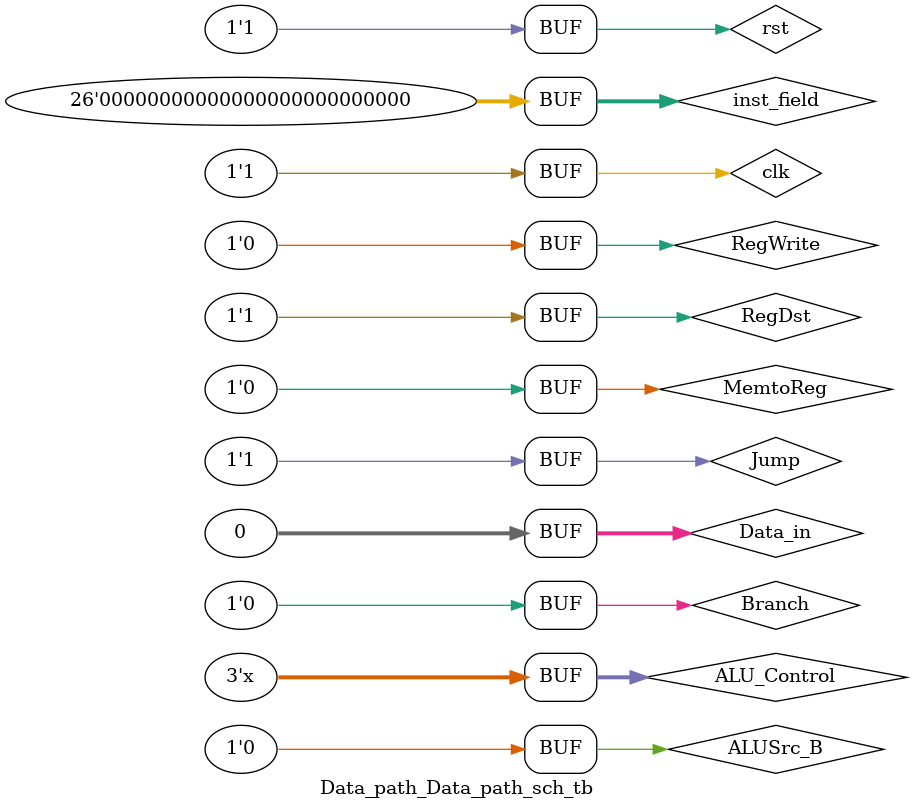
<source format=v>

`timescale 1ns / 1ps

module Data_path_Data_path_sch_tb();

// Inputs
	reg [31:0] Data_in;
	reg MemtoReg;
	reg Branch;
	reg [2:0] ALU_Control;
	reg ALUSrc_B;
	reg RegWrite;
	reg clk;
	reg rst;
	reg RegDst;
	reg Jump;
	reg [25:0] inst_field;

// Output
	wire [31:0] PC_out;
	wire [31:0] ALU_out;
	wire [31:0] Data_out;
	
	
// Bidirs
// Instantiate the UUT
    Data_path UUT (
		.PC_out(PC_out), 
		.ALU_out(ALU_out), 
		.Data_out(Data_out), 
		.Data_in(Data_in), 
		.MemtoReg(MemtoReg), 
		.Branch(Branch), 
		.ALU_Control(ALU_Control), 
		.ALUSrc_B(ALUSrc_B), 
		.RegWrite(RegWrite), 
		.clk(clk), 
		.rst(rst), 
		.RegDst(RegDst), 
		.Jump(Jump), 
		.inst_field(inst_field)
	);

// Initialize Inputs
	initial begin
		Data_in = 0;
		MemtoReg = 0;
		Branch = 0;
		ALU_Control = 0;
		ALUSrc_B = 0;
		RegWrite = 0;
		rst = 1;
		RegDst = 0;
		Jump = 0;
		inst_field = 0;
		#20;

		rst=0;
		//nor r1,r0,r0;
		
		MemtoReg = 0;
		Branch = 0;
		ALU_Control = 3'b100;
		ALUSrc_B = 0;
		RegWrite = 1;
		RegDst = 1;
		Jump = 0;
		inst_field = 26'b00000_00000_00001_00000_100111;
		#20;
		//slt r2,r0,r1;
		MemtoReg = 0;
		Branch = 0;
		ALU_Control = 3'b111;
		ALUSrc_B = 0;
		RegWrite = 1;
		RegDst = 1;
		Jump = 0;
		inst_field = 26'b00000_00001_00010_00000_101010;
		#20;
		//add r3,r2,r2;
		MemtoReg = 0;
		Branch = 0;
		ALU_Control = 3'b010;
		ALUSrc_B = 0;
		RegWrite = 1;
		RegDst = 1;
		Jump = 0;
		inst_field = 26'b00010_00010_00011_00000_100000;
		#20;
		//add r4,r3,r2;
		inst_field = 26'b00011_00010_00100_00000_100000;
		#20;
		//add r5,r4,r3;
		inst_field = 26'b00100_00011_00101_00000_100000;
		#20;
		//add r6,r5,r4;
		inst_field = 26'b00101_00100_00110_00000_100000;
		#20;
		//add r7,r6,r5;
		inst_field = 26'b00110_00101_00111_00000_100000;
		#20;
		//add r8,r7,r6;
		inst_field = 26'b00111_00110_01000_00000_100000;
		#20;
		//add r9,r8,r7;
		inst_field = 26'b01000_00111_01001_00000_100000;
		#20;
		//add r10,r9,r8;
		inst_field = 26'b01001_01000_01010_00000_100000;
		#20;
		//add r11,r10,r9;
		inst_field = 26'b01010_01001_01011_00000_100000;
		#20;
		//add r12,r11,r10;
		inst_field = 26'b01011_01010_01100_00000_100000;
		#20;
		//add r13,r12,r11;
		inst_field = 26'b01100_01011_01101_00000_100000;
		#20;
		//add r14,r13,r12;
		inst_field = 26'b01101_01100_01110_00000_100000;
		#20;
		//add r15,r14,r13;
		inst_field = 26'b01110_01101_01111_00000_100000;
		#20;
		//add r16,r15,r14;
		inst_field = 26'b01111_01110_10000_00000_100000;
		#20;
		//add r17,r16,r15;
		inst_field = 26'b10000_01111_10001_00000_100000;
		#20;
		//add r18,r17,r16;
		inst_field = 26'b10001_10000_10010_00000_100000;
		#20;
		//add r19,r18,r17;
		inst_field = 26'b10010_10001_10011_00000_100000;
		#20;
		//add r20,r19,r18;
		inst_field = 26'b10011_10010_10100_00000_100000;
		#20;
		//add r21,r20,r19;
		inst_field = 26'b10100_10011_10101_00000_100000;
		#20;
		//add r22,r21,r20;
		inst_field = 26'b10101_10100_10110_00000_100000;
		#20;
		//add r23,r22,r21;
		inst_field = 26'b10110_10101_10111_00000_100000;
		#20;
		//add r24,r23,r22;
		inst_field = 26'b10111_10110_11000_00000_100000;
		#20;
		//add r25,r24,r23;
		inst_field = 26'b11000_10111_11001_00000_100000;
		#20;
		//add r26,r25,r24;
		inst_field = 26'b11001_11000_11010_00000_100000;
		#20;
		//add r27,r26,r25;
		inst_field = 26'b11010_11001_11011_00000_100000;
		#20;
		//add r28,r27,r26;
		inst_field = 26'b11011_11010_11100_00000_100000;
		#20;
		//add r29,r28,r27;
		inst_field = 26'b11100_11011_11101_00000_100000;
		#20;
		//add r30,r29,r28;
		inst_field = 26'b11101_11100_11110_00000_100000;
		#20;
		//add r31,r30,r29;
		inst_field = 26'b11110_11101_11111_00000_100000;
		#20;
		//j loop;
		MemtoReg = 0;
		Branch = 0;
		ALU_Control = 3'bxxx;
		ALUSrc_B = 0;
		RegWrite = 0;
		RegDst = 1;
		Jump = 1;
		inst_field = 26'b00000_00000_00000_00000_000000;
		#20;
		
		
		//start: lw r5,14($zero);
		Data_in = 32'h55555555;
		MemtoReg = 1;
		Branch = 0;
		ALU_Control = 3'b010;
		ALUSrc_B = 1;
		RegWrite = 1;
		RegDst = 0;
		Jump = 0;
		inst_field = 26'b00000_00101_00000_00000_001110;
		#20;
		//start_A add r1,r5,$zero;
		Data_in = 0;
		MemtoReg = 0;
		Branch = 0;
		ALU_Control = 3'b010;
		ALUSrc_B = 0;
		RegWrite = 1;
		RegDst = 1;
		Jump = 0;
		inst_field = 26'b00101_00000_00001_00000_100000;
		#20;
		//nor r2,$zero,r1
		MemtoReg = 0;
		Branch = 0;
		ALU_Control = 3'b100;
		ALUSrc_B = 0;
		RegWrite = 1;
		RegDst = 1;
		Jump = 0;
		inst_field = 26'b00000_00001_00010_00000_100111;
		#20;
		//lw r5,48($zero);
		Data_in=32'hAAAAAAAA;
		MemtoReg = 1;
		Branch = 0;
		ALU_Control = 3'b010;
		ALUSrc_B = 1;
		RegWrite = 1;
		RegDst = 0;
		Jump = 0;
		inst_field = 26'b00000_00101_00000_00000_110000;
		#20;
		//beq r2,r5 start_A
		Data_in=0;
		MemtoReg = 0;
		Branch = 1;
		ALU_Control = 3'b110;
		ALUSrc_B = 0;
		RegWrite = 0;
		RegDst = 1;
		Jump = 0;
		inst_field = 26'b00010_00101_11111_11111_111011;
		#20;
		//j start;
		MemtoReg = 0;
		Branch = 0;
		ALU_Control = 3'bxxx;
		ALUSrc_B = 0;
		RegWrite = 0;
		RegDst = 1;
		Jump = 1;
		inst_field = 26'b00000_00000_00000_00000_000000;
		#20;
		rst=1;
	end
	always begin
		clk=0;#10;
		clk=1;#10;
	end
endmodule

</source>
